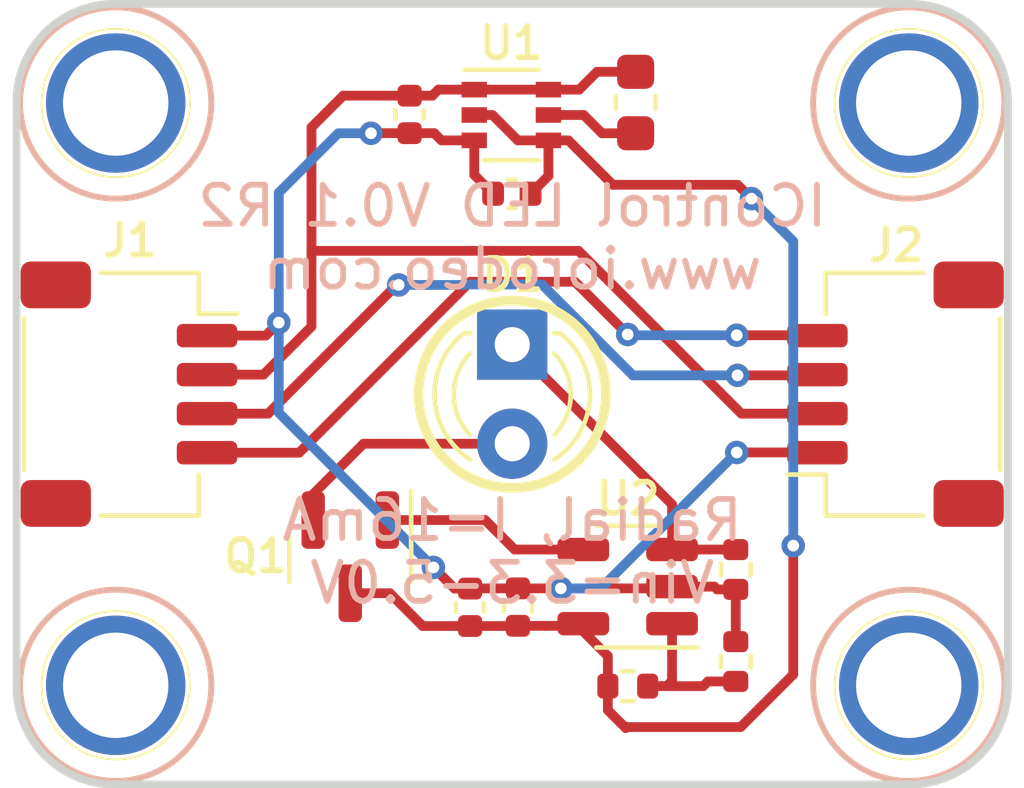
<source format=kicad_pcb>
(kicad_pcb (version 20221018) (generator pcbnew)
  (layers (0 "F.Cu" signal) (31 "B.Cu" signal) (34 "B.Paste" user) (35 "F.Paste" user) (36 "B.SilkS" user "B.Silkscreen") (37 "F.SilkS" user "F.Silkscreen") (38 "B.Mask" user) (39 "F.Mask" user) (44 "Edge.Cuts" user))
  (net 0 "")
  (net 1 "GND")
  (net 2 "/VIN")
  (net 3 "/VL")
  (net 4 "/SCL")
  (net 5 "/SDA")
  (net 6 "/5V")
  (net 7 "Net-(D1-K)")
  (net 8 "Net-(D1-A)")
  (net 9 "Net-(Q1-B)")
  (net 10 "/Vset")
  (footprint "custom_mount_hole:MountingHole_2.5mm_Pad" (layer "F.Cu") (at 52.54 52.54)
    (fp_text reference "M1" hide)
    (fp_text value "MountingHole_2.5mm_Pad" hide)
    (fp_circle (center 0 0) (end 2.45 0) (stroke (width 0.15)) (fill none) (layer "B.SilkS"))
    (fp_circle (center 0 0) (end 1.9 0) (stroke (width 0.05)) (fill none) (layer "F.SilkS"))
    (fp_circle (center 0 0) (end 2.45 0) (stroke (width 0.15)) (fill none) (layer "F.SilkS"))
    (pad "~" thru_hole circle (at 0 0) (size 3.57 3.57) (drill 2.7) (layers "*.Cu" "*.Mask"))
  )
  (footprint "custom_mount_hole:MountingHole_2.5mm_Pad" (layer "F.Cu") (at 72.86 52.54)
    (fp_text reference "M2" hide)
    (fp_text value "MountingHole_2.5mm_Pad" hide)
    (fp_circle (center 0 0) (end 2.45 0) (stroke (width 0.15)) (fill none) (layer "B.SilkS"))
    (fp_circle (center 0 0) (end 1.9 0) (stroke (width 0.05)) (fill none) (layer "F.SilkS"))
    (fp_circle (center 0 0) (end 2.45 0) (stroke (width 0.15)) (fill none) (layer "F.SilkS"))
    (pad "~" thru_hole circle (at 0 0) (size 3.57 3.57) (drill 2.7) (layers "*.Cu" "*.Mask"))
  )
  (footprint "custom_mount_hole:MountingHole_2.5mm_Pad" (layer "F.Cu") (at 72.86 67.46)
    (fp_text reference "M3" hide)
    (fp_text value "MountingHole_2.5mm_Pad" hide)
    (fp_circle (center 0 0) (end 2.45 0) (stroke (width 0.15)) (fill none) (layer "B.SilkS"))
    (fp_circle (center 0 0) (end 1.9 0) (stroke (width 0.05)) (fill none) (layer "F.SilkS"))
    (fp_circle (center 0 0) (end 2.45 0) (stroke (width 0.15)) (fill none) (layer "F.SilkS"))
    (pad "~" thru_hole circle (at 0 0) (size 3.57 3.57) (drill 2.7) (layers "*.Cu" "*.Mask"))
  )
  (footprint "custom_mount_hole:MountingHole_2.5mm_Pad" (layer "F.Cu") (at 52.54 67.46)
    (fp_text reference "M4" hide)
    (fp_text value "MountingHole_2.5mm_Pad" hide)
    (fp_circle (center 0 0) (end 2.45 0) (stroke (width 0.15)) (fill none) (layer "B.SilkS"))
    (fp_circle (center 0 0) (end 1.9 0) (stroke (width 0.05)) (fill none) (layer "F.SilkS"))
    (fp_circle (center 0 0) (end 2.45 0) (stroke (width 0.15)) (fill none) (layer "F.SilkS"))
    (pad "~" thru_hole circle (at 0 0) (size 3.57 3.57) (drill 2.7) (layers "*.Cu" "*.Mask"))
  )
  (footprint "LED_D3mm_custom:LED_D3.0mm" (layer "F.Cu") (at 62.7 58.73 -90)
    (fp_text reference "D1" (at -1.7832 -0.0126 180) (layer "F.SilkS") (effects (font (size 0.8 0.8))))
    (fp_text value "LED" hide)
    (fp_line (start -0.29 -1.236) (end -0.29 -1.08) (stroke (width 0.12)) (layer "F.SilkS"))
    (fp_line (start -0.29 1.08) (end -0.29 1.236) (stroke (width 0.12)) (layer "F.SilkS"))
    (fp_arc (start -0.29 -1.235516) (mid 1.366487 -1.987659) (end 2.942335 -1.078608) (stroke (width 0.12)) (layer "F.SilkS"))
    (fp_arc (start 0.229039 -1.08) (mid 1.270117 -1.5) (end 2.31113 -1.079837) (stroke (width 0.12)) (layer "F.SilkS"))
    (fp_arc (start 2.31113 1.079837) (mid 1.270117 1.5) (end 0.229039 1.08) (stroke (width 0.12)) (layer "F.SilkS"))
    (fp_arc (start 2.942335 1.078608) (mid 1.366487 1.987659) (end -0.29 1.235516) (stroke (width 0.12)) (layer "F.SilkS"))
    (pad "1" thru_hole rect (at 0 0 270) (size 1.8 1.8) (drill 0.9) (layers "*.Cu" "*.Mask") (net 7 "Net-(D1-K)"))
    (pad "2" thru_hole circle (at 2.54 0 270) (size 1.8 1.8) (drill 0.9) (layers "*.Cu" "*.Mask") (net 8 "Net-(D1-A)"))
  )
  (footprint "JST_SH_SM04B_custom:JST_SH_SM04B-SRSS-TB_1x04-1MP_P1.00mm_Horizontal" (layer "F.Cu") (at 52.88 60 -90)
    (fp_text reference "J1" (at -3.9422 -0.0298) (layer "F.SilkS") (effects (font (size 0.8 0.8))))
    (fp_text value "Conn_01x04" hide)
    (fp_line (start -3.11 -1.785) (end -2.06 -1.785) (stroke (width 0.12)) (layer "F.SilkS"))
    (fp_line (start -3.11 0.715) (end -3.11 -1.785) (stroke (width 0.12)) (layer "F.SilkS"))
    (fp_line (start -2.06 -1.785) (end -2.06 -2.775) (stroke (width 0.12)) (layer "F.SilkS"))
    (fp_line (start -1.94 2.685) (end 1.94 2.685) (stroke (width 0.12)) (layer "F.SilkS"))
    (fp_line (start 3.11 -1.785) (end 2.06 -1.785) (stroke (width 0.12)) (layer "F.SilkS"))
    (fp_line (start 3.11 0.715) (end 3.11 -1.785) (stroke (width 0.12)) (layer "F.SilkS"))
    (pad "1" smd roundrect (at -1.5 -2 270) (size 0.6 1.55) (layers "F.Cu" "F.Paste" "F.Mask") (net 1 "GND"))
    (pad "2" smd roundrect (at -0.5 -2 270) (size 0.6 1.55) (layers "F.Cu" "F.Paste" "F.Mask") (net 2 "/VIN"))
    (pad "3" smd roundrect (at 0.5 -2 270) (size 0.6 1.55) (layers "F.Cu" "F.Paste" "F.Mask") (net 5 "/SDA"))
    (pad "4" smd roundrect (at 1.5 -2 270) (size 0.6 1.55) (layers "F.Cu" "F.Paste" "F.Mask") (net 4 "/SCL"))
    (pad "MP" smd roundrect (at -2.8 1.875 270) (size 1.2 1.8) (layers "F.Cu" "F.Paste" "F.Mask") (roundrect_rratio 0.2083333333))
    (pad "MP" smd roundrect (at 2.8 1.875 270) (size 1.2 1.8) (layers "F.Cu" "F.Paste" "F.Mask") (roundrect_rratio 0.2083333333))
  )
  (footprint "JST_SH_SM04B_custom:JST_SH_SM04B-SRSS-TB_1x04-1MP_P1.00mm_Horizontal" (layer "F.Cu") (at 72.52 60 90)
    (fp_text reference "J2" (at 3.8152 0.0208 180) (layer "F.SilkS") (effects (font (size 0.8 0.8))))
    (fp_text value "Conn_01x04" hide)
    (fp_line (start -3.11 -1.785) (end -2.06 -1.785) (stroke (width 0.12)) (layer "F.SilkS"))
    (fp_line (start -3.11 0.715) (end -3.11 -1.785) (stroke (width 0.12)) (layer "F.SilkS"))
    (fp_line (start -2.06 -1.785) (end -2.06 -2.775) (stroke (width 0.12)) (layer "F.SilkS"))
    (fp_line (start -1.94 2.685) (end 1.94 2.685) (stroke (width 0.12)) (layer "F.SilkS"))
    (fp_line (start 3.11 -1.785) (end 2.06 -1.785) (stroke (width 0.12)) (layer "F.SilkS"))
    (fp_line (start 3.11 0.715) (end 3.11 -1.785) (stroke (width 0.12)) (layer "F.SilkS"))
    (pad "1" smd roundrect (at -1.5 -2 90) (size 0.6 1.55) (layers "F.Cu" "F.Paste" "F.Mask") (net 1 "GND"))
    (pad "2" smd roundrect (at -0.5 -2 90) (size 0.6 1.55) (layers "F.Cu" "F.Paste" "F.Mask") (net 2 "/VIN"))
    (pad "3" smd roundrect (at 0.5 -2 90) (size 0.6 1.55) (layers "F.Cu" "F.Paste" "F.Mask") (net 5 "/SDA"))
    (pad "4" smd roundrect (at 1.5 -2 90) (size 0.6 1.55) (layers "F.Cu" "F.Paste" "F.Mask") (net 4 "/SCL"))
    (pad "MP" smd roundrect (at -2.8 1.875 90) (size 1.2 1.8) (layers "F.Cu" "F.Paste" "F.Mask") (roundrect_rratio 0.2083333333))
    (pad "MP" smd roundrect (at 2.8 1.875 90) (size 1.2 1.8) (layers "F.Cu" "F.Paste" "F.Mask") (roundrect_rratio 0.2083333333))
  )
  (footprint "Resistor_SMD:R_0402_1005Metric" (layer "F.Cu") (at 68.4276 64.4926 -90)
    (fp_text reference "R1" hide)
    (fp_text value "10" hide)
    (fp_line (start -0.153641 -0.38) (end 0.153641 -0.38) (stroke (width 0.12)) (layer "F.SilkS"))
    (fp_line (start -0.153641 0.38) (end 0.153641 0.38) (stroke (width 0.12)) (layer "F.SilkS"))
    (pad "1" smd roundrect (at -0.51 0 270) (size 0.54 0.64) (layers "F.Cu" "F.Paste" "F.Mask") (net 7 "Net-(D1-K)"))
    (pad "2" smd roundrect (at 0.51 0 270) (size 0.54 0.64) (layers "F.Cu" "F.Paste" "F.Mask") (net 1 "GND"))
  )
  (footprint "Package_TO_SOT_SMD:SOT-23-5" (layer "F.Cu") (at 65.6577 64.931 180)
    (fp_text reference "U2" (at -0.0125 2.25) (layer "F.SilkS") (effects (font (size 0.8 0.8) (thickness 0.15) bold)))
    (fp_text value "LMV321")
    (fp_line (start 0 -1.56) (end -1.8 -1.56) (stroke (width 0.12)) (layer "F.SilkS"))
    (fp_line (start 0 -1.56) (end 0.8 -1.56) (stroke (width 0.12)) (layer "F.SilkS"))
    (fp_line (start 0 1.56) (end -0.8 1.56) (stroke (width 0.12)) (layer "F.SilkS"))
    (fp_line (start 0 1.56) (end 0.8 1.56) (stroke (width 0.12)) (layer "F.SilkS"))
    (pad "1" smd roundrect (at -1.1375 -0.95 180) (size 1.325 0.6) (layers "F.Cu" "F.Paste" "F.Mask") (net 10 "/Vset"))
    (pad "2" smd roundrect (at -1.1375 0 180) (size 1.325 0.6) (layers "F.Cu" "F.Paste" "F.Mask") (net 1 "GND"))
    (pad "3" smd roundrect (at -1.1375 0.95 180) (size 1.325 0.6) (layers "F.Cu" "F.Paste" "F.Mask") (net 7 "Net-(D1-K)"))
    (pad "4" smd roundrect (at 1.1375 0.95 180) (size 1.325 0.6) (layers "F.Cu" "F.Paste" "F.Mask") (net 9 "Net-(Q1-B)"))
    (pad "5" smd roundrect (at 1.1375 -0.95 180) (size 1.325 0.6) (layers "F.Cu" "F.Paste" "F.Mask") (net 6 "/5V"))
  )
  (footprint "Capacitor_SMD:C_0402_1005Metric" (layer "F.Cu") (at 62.8452 65.456 90)
    (fp_text reference "C3" hide)
    (fp_text value "0.1uF" hide)
    (fp_line (start -0.107836 -0.36) (end 0.107836 -0.36) (stroke (width 0.12)) (layer "F.SilkS"))
    (fp_line (start -0.107836 0.36) (end 0.107836 0.36) (stroke (width 0.12)) (layer "F.SilkS"))
    (pad "1" smd roundrect (at -0.48 0 90) (size 0.56 0.62) (layers "F.Cu" "F.Paste" "F.Mask") (net 6 "/5V"))
    (pad "2" smd roundrect (at 0.48 0 90) (size 0.56 0.62) (layers "F.Cu" "F.Paste" "F.Mask") (net 1 "GND"))
  )
  (footprint "Resistor_SMD:R_0402_1005Metric" (layer "F.Cu") (at 68.4276 66.8508 90)
    (fp_text reference "R3" hide)
    (fp_text value "1k" hide)
    (fp_line (start -0.153641 -0.38) (end 0.153641 -0.38) (stroke (width 0.12)) (layer "F.SilkS"))
    (fp_line (start -0.153641 0.38) (end 0.153641 0.38) (stroke (width 0.12)) (layer "F.SilkS"))
    (pad "1" smd roundrect (at -0.51 0 90) (size 0.54 0.64) (layers "F.Cu" "F.Paste" "F.Mask") (net 10 "/Vset"))
    (pad "2" smd roundrect (at 0.51 0 90) (size 0.54 0.64) (layers "F.Cu" "F.Paste" "F.Mask") (net 1 "GND"))
  )
  (footprint "Inductor_SMD:L_0603_1608Metric" (layer "F.Cu") (at 65.8622 52.5272 -90)
    (fp_text reference "L1" hide)
    (fp_text value "4.7uF" hide)
    (fp_line (start -0.162779 -0.51) (end 0.162779 -0.51) (stroke (width 0.12)) (layer "F.SilkS"))
    (fp_line (start -0.162779 0.51) (end 0.162779 0.51) (stroke (width 0.12)) (layer "F.SilkS"))
    (pad "1" smd roundrect (at -0.7875 0 270) (size 0.875 0.95) (layers "F.Cu" "F.Paste" "F.Mask") (net 2 "/VIN"))
    (pad "2" smd roundrect (at 0.7875 0 270) (size 0.875 0.95) (layers "F.Cu" "F.Paste" "F.Mask") (net 3 "/VL"))
  )
  (footprint "Resistor_SMD:R_0402_1005Metric" (layer "F.Cu") (at 65.6602 67.481)
    (fp_text reference "R2" hide)
    (fp_text value "30k" hide)
    (fp_line (start -0.153641 -0.38) (end 0.153641 -0.38) (stroke (width 0.12)) (layer "F.SilkS"))
    (fp_line (start -0.153641 0.38) (end 0.153641 0.38) (stroke (width 0.12)) (layer "F.SilkS"))
    (pad "1" smd roundrect (at -0.51 0) (size 0.54 0.64) (layers "F.Cu" "F.Paste" "F.Mask") (net 6 "/5V"))
    (pad "2" smd roundrect (at 0.51 0) (size 0.54 0.64) (layers "F.Cu" "F.Paste" "F.Mask") (net 10 "/Vset"))
  )
  (footprint "Capacitor_SMD:C_0402_1005Metric" (layer "F.Cu") (at 60.071 52.832 90)
    (fp_text reference "C1" hide)
    (fp_text value "10uF" hide)
    (fp_line (start -0.107836 -0.36) (end 0.107836 -0.36) (stroke (width 0.12)) (layer "F.SilkS"))
    (fp_line (start -0.107836 0.36) (end 0.107836 0.36) (stroke (width 0.12)) (layer "F.SilkS"))
    (pad "1" smd roundrect (at -0.48 0 90) (size 0.56 0.62) (layers "F.Cu" "F.Paste" "F.Mask") (net 1 "GND"))
    (pad "2" smd roundrect (at 0.48 0 90) (size 0.56 0.62) (layers "F.Cu" "F.Paste" "F.Mask") (net 2 "/VIN"))
  )
  (footprint "Package_TO_SOT_SMD:SOT-363_SC-70-6" (layer "F.Cu") (at 62.677 52.847)
    (fp_text reference "U1" (at 0 -1.8438) (layer "F.SilkS") (effects (font (size 0.8 0.8))))
    (fp_text value "TPS61222DCK" hide)
    (fp_line (start -0.7 1.16) (end 0.7 1.16) (stroke (width 0.12)) (layer "F.SilkS"))
    (fp_line (start 0.7 -1.16) (end -1.2 -1.16) (stroke (width 0.12)) (layer "F.SilkS"))
    (pad "1" smd rect (at -0.95 -0.65) (size 0.65 0.4) (layers "F.Cu" "F.Paste" "F.Mask") (net 2 "/VIN"))
    (pad "2" smd rect (at -0.95 0) (size 0.65 0.4) (layers "F.Cu" "F.Paste" "F.Mask") (net 6 "/5V"))
    (pad "3" smd rect (at -0.95 0.65) (size 0.65 0.4) (layers "F.Cu" "F.Paste" "F.Mask") (net 1 "GND"))
    (pad "4" smd rect (at 0.95 0.65) (size 0.65 0.4) (layers "F.Cu" "F.Paste" "F.Mask") (net 6 "/5V"))
    (pad "5" smd rect (at 0.95 0) (size 0.65 0.4) (layers "F.Cu" "F.Paste" "F.Mask") (net 3 "/VL"))
    (pad "6" smd rect (at 0.95 -0.65) (size 0.65 0.4) (layers "F.Cu" "F.Paste" "F.Mask") (net 2 "/VIN"))
  )
  (footprint "Capacitor_SMD:C_0402_1005Metric" (layer "F.Cu") (at 61.6202 65.461 90)
    (fp_text reference "C4" hide)
    (fp_text value "10uF" hide)
    (fp_line (start -0.107836 -0.36) (end 0.107836 -0.36) (stroke (width 0.12)) (layer "F.SilkS"))
    (fp_line (start -0.107836 0.36) (end 0.107836 0.36) (stroke (width 0.12)) (layer "F.SilkS"))
    (pad "1" smd roundrect (at -0.48 0 90) (size 0.56 0.62) (layers "F.Cu" "F.Paste" "F.Mask") (net 6 "/5V"))
    (pad "2" smd roundrect (at 0.48 0 90) (size 0.56 0.62) (layers "F.Cu" "F.Paste" "F.Mask") (net 1 "GND"))
  )
  (footprint "Package_TO_SOT_SMD:SOT-23" (layer "F.Cu") (at 58.55 64.1625 -90)
    (fp_text reference "Q1" (at -0.0125 2.425 -180) (layer "F.SilkS") (effects (font (size 0.8 0.8) (thickness 0.15) bold)))
    (fp_text value "MMBT5551L" hide)
    (fp_line (start 0 -1.56) (end -1.675 -1.56) (stroke (width 0.12)) (layer "F.SilkS"))
    (fp_line (start 0 -1.56) (end 0.65 -1.56) (stroke (width 0.12)) (layer "F.SilkS"))
    (fp_line (start 0 1.56) (end -0.65 1.56) (stroke (width 0.12)) (layer "F.SilkS"))
    (fp_line (start 0 1.56) (end 0.65 1.56) (stroke (width 0.12)) (layer "F.SilkS"))
    (pad "1" smd roundrect (at -0.9375 -0.95 270) (size 1.475 0.6) (layers "F.Cu" "F.Paste" "F.Mask") (net 9 "Net-(Q1-B)"))
    (pad "2" smd roundrect (at -0.9375 0.95 270) (size 1.475 0.6) (layers "F.Cu" "F.Paste" "F.Mask") (net 8 "Net-(D1-A)"))
    (pad "3" smd roundrect (at 0.9375 0 270) (size 1.475 0.6) (layers "F.Cu" "F.Paste" "F.Mask") (net 6 "/5V"))
  )
  (footprint "Capacitor_SMD:C_0402_1005Metric" (layer "F.Cu") (at 62.6898 54.864)
    (fp_text reference "C2" hide)
    (fp_text value "10uF" hide)
    (fp_line (start -0.107836 -0.36) (end 0.107836 -0.36) (stroke (width 0.12)) (layer "F.SilkS"))
    (fp_line (start -0.107836 0.36) (end 0.107836 0.36) (stroke (width 0.12)) (layer "F.SilkS"))
    (pad "1" smd roundrect (at -0.48 0) (size 0.56 0.62) (layers "F.Cu" "F.Paste" "F.Mask") (net 1 "GND"))
    (pad "2" smd roundrect (at 0.48 0) (size 0.56 0.62) (layers "F.Cu" "F.Paste" "F.Mask") (net 6 "/5V"))
  )
  (gr_circle (center 62.7 60) (end 65.1 60) (stroke (width 0.25)) (fill none) (layer "F.SilkS"))
  (gr_arc (start 72.9 50) (mid 74.667767 50.732233) (end 75.4 52.5) (stroke (width 0.2)) (layer "Edge.Cuts"))
  (gr_arc (start 52.5 70) (mid 50.732233 69.267767) (end 50 67.5) (stroke (width 0.2)) (layer "Edge.Cuts"))
  (gr_line (start 52.5 50) (end 72.9 50) (stroke (width 0.2)) (layer "Edge.Cuts"))
  (gr_arc (start 50 52.5) (mid 50.732233 50.732233) (end 52.5 50) (stroke (width 0.2)) (layer "Edge.Cuts"))
  (gr_arc (start 75.4 67.5) (mid 74.667767 69.267767) (end 72.9 70) (stroke (width 0.2)) (layer "Edge.Cuts"))
  (gr_line (start 50 52.5) (end 50 67.5) (stroke (width 0.2)) (layer "Edge.Cuts"))
  (gr_line (start 52.5 70) (end 72.9 70) (stroke (width 0.2)) (layer "Edge.Cuts"))
  (gr_line (start 75.4 52.5) (end 75.4 67.5) (stroke (width 0.2)) (layer "Edge.Cuts"))
  (gr_text "IControl LED V0.1 R2\nwww.iorodeo.com\n\n\n\nRadial, I=16mA\nVin=3.3-5.0V" (at 62.7 60.01) (layer "B.SilkS") (effects (font (size 1 1)) (justify mirror)))
  (segment (start 61.2218 64.981) (end 60.6806 64.4398) (width 0.25) (layer "F.Cu") (net 1))
  (segment (start 68.4276 65.0026) (end 68.4276 66.3408) (width 0.25) (layer "F.Cu") (net 1))
  (segment (start 60.071 53.312) (end 60.7034 53.312) (width 0.25) (layer "F.Cu") (net 1))
  (segment (start 60.7034 53.312) (end 60.8884 53.497) (width 0.25) (layer "F.Cu") (net 1))
  (segment (start 62.8452 64.976) (end 61.6252 64.976) (width 0.25) (layer "F.Cu") (net 1))
  (segment (start 68.4276 65.0026) (end 67.949 65.0026) (width 0.25) (layer "F.Cu") (net 1))
  (segment (start 70.3134 61.4934) (end 70.32 61.5) (width 0.25) (layer "F.Cu") (net 1))
  (segment (start 62.8452 64.976) (end 63.9452 64.976) (width 0.25) (layer "F.Cu") (net 1))
  (segment (start 67.949 65.0026) (end 67.8774 64.931) (width 0.25) (layer "F.Cu") (net 1))
  (segment (start 68.453 61.4934) (end 70.4134 61.4934) (width 0.25) (layer "F.Cu") (net 1))
  (segment (start 59.083 53.312) (end 59.0804 53.3146) (width 0.25) (layer "F.Cu") (net 1))
  (segment (start 56.3842 58.5) (end 54.98 58.5) (width 0.25) (layer "F.Cu") (net 1))
  (segment (start 70.4134 61.4934) (end 70.42 61.5) (width 0.25) (layer "F.Cu") (net 1))
  (segment (start 56.3842 58.5) (end 56.7182 58.166) (width 0.25) (layer "F.Cu") (net 1))
  (segment (start 70.7684 61.4934) (end 70.775 61.5) (width 0.25) (layer "F.Cu") (net 1))
  (segment (start 70.3634 61.4934) (end 70.37 61.5) (width 0.25) (layer "F.Cu") (net 1))
  (segment (start 61.727 54.3812) (end 62.2098 54.864) (width 0.25) (layer "F.Cu") (net 1))
  (segment (start 61.6202 64.981) (end 61.2218 64.981) (width 0.25) (layer "F.Cu") (net 1))
  (segment (start 66.7502 64.976) (end 66.7952 64.931) (width 0.25) (layer "F.Cu") (net 1))
  (segment (start 60.8884 53.497) (end 61.727 53.497) (width 0.25) (layer "F.Cu") (net 1))
  (segment (start 67.8774 64.931) (end 66.7952 64.931) (width 0.25) (layer "F.Cu") (net 1))
  (segment (start 60.071 53.312) (end 59.083 53.312) (width 0.25) (layer "F.Cu") (net 1))
  (segment (start 61.727 53.497) (end 61.727 54.3812) (width 0.25) (layer "F.Cu") (net 1))
  (segment (start 63.9452 64.976) (end 66.7502 64.976) (width 0.25) (layer "F.Cu") (net 1))
  (segment (start 61.6252 64.976) (end 61.6202 64.981) (width 0.25) (layer "F.Cu") (net 1))
  (via (at 60.6806 64.4398) (size 0.6) (drill 0.3) (layers "F.Cu" "B.Cu") (net 1))
  (via (at 56.7182 58.166) (size 0.6) (drill 0.3) (layers "F.Cu" "B.Cu") (net 1))
  (via (at 63.9452 64.976) (size 0.6) (drill 0.3) (layers "F.Cu" "B.Cu") (net 1))
  (via (at 59.0804 53.3146) (size 0.6) (drill 0.3) (layers "F.Cu" "B.Cu") (net 1))
  (via (at 68.453 61.4934) (size 0.6) (drill 0.3) (layers "F.Cu" "B.Cu") (net 1))
  (segment (start 63.9452 64.976) (end 64.9704 64.976) (width 0.25) (layer "B.Cu") (net 1))
  (segment (start 56.7182 54.8386) (end 58.2422 53.3146) (width 0.25) (layer "B.Cu") (net 1))
  (segment (start 63.915 64.9458) (end 63.9452 64.976) (width 0.25) (layer "B.Cu") (net 1))
  (segment (start 56.7182 60.4774) (end 60.6806 64.4398) (width 0.25) (layer "B.Cu") (net 1))
  (segment (start 58.2422 53.3146) (end 59.0804 53.3146) (width 0.25) (layer "B.Cu") (net 1))
  (segment (start 64.9704 64.976) (end 68.453 61.4934) (width 0.25) (layer "B.Cu") (net 1))
  (segment (start 56.7182 58.166) (end 56.7182 54.8386) (width 0.25) (layer "B.Cu") (net 1))
  (segment (start 56.7182 58.166) (end 56.7182 60.4774) (width 0.25) (layer "B.Cu") (net 1))
  (segment (start 60.6526 52.352) (end 60.8076 52.197) (width 0.25) (layer "F.Cu") (net 2))
  (segment (start 60.071 52.352) (end 60.6526 52.352) (width 0.25) (layer "F.Cu") (net 2))
  (segment (start 57.5564 53.1622) (end 58.3666 52.352) (width 0.25) (layer "F.Cu") (net 2))
  (segment (start 56.324 59.5) (end 57.5564 58.2676) (width 0.25) (layer "F.Cu") (net 2))
  (segment (start 64.8717 51.7397) (end 65.8622 51.7397) (width 0.25) (layer "F.Cu") (net 2))
  (segment (start 64.4144 52.197) (end 64.8717 51.7397) (width 0.25) (layer "F.Cu") (net 2))
  (segment (start 57.5564 56.3372) (end 57.5564 53.1622) (width 0.25) (layer "F.Cu") (net 2))
  (segment (start 57.5661 56.3275) (end 64.399584 56.3275) (width 0.25) (layer "F.Cu") (net 2))
  (segment (start 57.5564 58.2676) (end 57.5564 56.3372) (width 0.25) (layer "F.Cu") (net 2))
  (segment (start 63.627 52.197) (end 64.4144 52.197) (width 0.25) (layer "F.Cu") (net 2))
  (segment (start 57.5564 56.3372) (end 57.5661 56.3275) (width 0.25) (layer "F.Cu") (net 2))
  (segment (start 56.324 59.5) (end 54.98 59.5) (width 0.25) (layer "F.Cu") (net 2))
  (segment (start 58.3666 52.352) (end 60.071 52.352) (width 0.25) (layer "F.Cu") (net 2))
  (segment (start 64.399584 56.3275) (end 68.572084 60.5) (width 0.25) (layer "F.Cu") (net 2))
  (segment (start 68.572084 60.5) (end 70.42 60.5) (width 0.25) (layer "F.Cu") (net 2))
  (segment (start 61.727 52.197) (end 63.627 52.197) (width 0.25) (layer "F.Cu") (net 2))
  (segment (start 60.8076 52.197) (end 61.727 52.197) (width 0.25) (layer "F.Cu") (net 2))
  (segment (start 64.531 52.847) (end 63.627 52.847) (width 0.25) (layer "F.Cu") (net 3))
  (segment (start 65.8622 53.3147) (end 64.9987 53.3147) (width 0.25) (layer "F.Cu") (net 3))
  (segment (start 64.9987 53.3147) (end 64.531 52.847) (width 0.25) (layer "F.Cu") (net 3))
  (segment (start 57.24 61.5) (end 54.98 61.5) (width 0.25) (layer "F.Cu") (net 4))
  (segment (start 61.62 57.12) (end 57.24 61.5) (width 0.25) (layer "F.Cu") (net 4))
  (segment (start 68.453 58.49) (end 70.41 58.49) (width 0.25) (layer "F.Cu") (net 4))
  (segment (start 70.36 58.49) (end 70.37 58.5) (width 0.25) (layer "F.Cu") (net 4))
  (segment (start 70.41 58.49) (end 70.42 58.5) (width 0.25) (layer "F.Cu") (net 4))
  (segment (start 65.659 58.4708) (end 64.3082 57.12) (width 0.25) (layer "F.Cu") (net 4))
  (segment (start 70.31 58.49) (end 70.32 58.5) (width 0.25) (layer "F.Cu") (net 4))
  (segment (start 64.3082 57.12) (end 61.62 57.12) (width 0.25) (layer "F.Cu") (net 4))
  (via (at 68.453 58.49) (size 0.6) (drill 0.3) (layers "F.Cu" "B.Cu") (net 4))
  (via (at 65.659 58.4708) (size 0.6) (drill 0.3) (layers "F.Cu" "B.Cu") (net 4))
  (segment (start 68.453 58.49) (end 65.6782 58.49) (width 0.25) (layer "B.Cu") (net 4))
  (segment (start 65.6782 58.49) (end 65.659 58.4708) (width 0.25) (layer "B.Cu") (net 4))
  (segment (start 59.7916 57.2008) (end 59.7408 57.2008) (width 0.25) (layer "F.Cu") (net 5))
  (segment (start 68.472931 59.517669) (end 70.402331 59.517669) (width 0.25) (layer "F.Cu") (net 5))
  (segment (start 68.472931 59.517669) (end 68.4906 59.5) (width 0.25) (layer "F.Cu") (net 5))
  (segment (start 70.402331 59.517669) (end 70.42 59.5) (width 0.25) (layer "F.Cu") (net 5))
  (segment (start 59.7408 57.2008) (end 56.4416 60.5) (width 0.25) (layer "F.Cu") (net 5))
  (segment (start 56.4416 60.5) (end 54.98 60.5) (width 0.25) (layer "F.Cu") (net 5))
  (segment (start 68.472931 59.517669) (end 68.455262 59.5) (width 0.25) (layer "F.Cu") (net 5))
  (segment (start 70.352331 59.517669) (end 70.37 59.5) (width 0.25) (layer "F.Cu") (net 5))
  (via (at 59.7916 57.2008) (size 0.6) (drill 0.3) (layers "F.Cu" "B.Cu") (net 5))
  (via (at 68.472931 59.517669) (size 0.6) (drill 0.3) (layers "F.Cu" "B.Cu") (net 5))
  (segment (start 61.4492 57.2008) (end 59.7916 57.2008) (width 0.25) (layer "B.Cu") (net 5))
  (segment (start 68.472931 59.517669) (end 65.791469 59.517669) (width 0.25) (layer "B.Cu") (net 5))
  (segment (start 65.791469 59.517669) (end 63.4638 57.19) (width 0.25) (layer "B.Cu") (net 5))
  (segment (start 61.46 57.19) (end 61.4492 57.2008) (width 0.25) (layer "B.Cu") (net 5))
  (segment (start 63.4638 57.19) (end 61.46 57.19) (width 0.25) (layer "B.Cu") (net 5))
  (segment (start 63.627 54.4068) (end 63.1698 54.864) (width 0.25) (layer "F.Cu") (net 6))
  (segment (start 64.5202 65.881) (end 64.5202 66.081) (width 0.25) (layer "F.Cu") (net 6))
  (segment (start 62.8402 65.941) (end 62.8452 65.936) (width 0.25) (layer "F.Cu") (net 6))
  (segment (start 63.5452 65.936) (end 64.4652 65.936) (width 0.25) (layer "F.Cu") (net 6))
  (segment (start 61.6202 65.941) (end 60.4038 65.941) (width 0.25) (layer "F.Cu") (net 6))
  (segment (start 65.6082 68.5546) (end 65.1502 68.0966) (width 0.25) (layer "F.Cu") (net 6))
  (segment (start 58.55 65.1) (end 58.55 65.5858) (width 0.25) (layer "F.Cu") (net 6))
  (segment (start 62.8452 65.936) (end 63.5452 65.936) (width 0.25) (layer "F.Cu") (net 6))
  (segment (start 61.727 52.847) (end 62.1942 52.847) (width 0.25) (layer "F.Cu") (net 6))
  (segment (start 68.5546 68.5292) (end 65.6336 68.5292) (width 0.25) (layer "F.Cu") (net 6))
  (segment (start 65.1502 66.711) (end 65.1502 67.481) (width 0.25) (layer "F.Cu") (net 6))
  (segment (start 68.4754 54.6354) (end 68.83 54.99) (width 0.25) (layer "F.Cu") (net 6))
  (segment (start 63.627 53.497) (end 64.1396 53.497) (width 0.25) (layer "F.Cu") (net 6))
  (segment (start 65.278 54.6354) (end 68.4754 54.6354) (width 0.25) (layer "F.Cu") (net 6))
  (segment (start 62.1942 52.847) (end 62.8442 53.497) (width 0.25) (layer "F.Cu") (net 6))
  (segment (start 64.5202 66.081) (end 65.1502 66.711) (width 0.25) (layer "F.Cu") (net 6))
  (segment (start 61.6202 65.941) (end 62.8402 65.941) (width 0.25) (layer "F.Cu") (net 6))
  (segment (start 59.5628 65.1) (end 58.55 65.1) (width 0.25) (layer "F.Cu") (net 6))
  (segment (start 65.6336 68.5292) (end 65.6082 68.5546) (width 0.25) (layer "F.Cu") (net 6))
  (segment (start 63.627 53.497) (end 63.627 54.4068) (width 0.25) (layer "F.Cu") (net 6))
  (segment (start 64.1396 53.497) (end 65.278 54.6354) (width 0.25) (layer "F.Cu") (net 6))
  (segment (start 69.9008 67.183) (end 68.5546 68.5292) (width 0.25) (layer "F.Cu") (net 6))
  (segment (start 60.4038 65.941) (end 59.5628 65.1) (width 0.25) (layer "F.Cu") (net 6))
  (segment (start 69.9008 63.881) (end 69.9008 67.183) (width 0.25) (layer "F.Cu") (net 6))
  (segment (start 62.8442 53.497) (end 63.627 53.497) (width 0.25) (layer "F.Cu") (net 6))
  (segment (start 65.1502 68.0966) (end 65.1502 67.481) (width 0.25) (layer "F.Cu") (net 6))
  (segment (start 64.4652 65.936) (end 64.5202 65.881) (width 0.25) (layer "F.Cu") (net 6))
  (via (at 69.9008 63.881) (size 0.6) (drill 0.3) (layers "F.Cu" "B.Cu") (net 6))
  (via (at 68.83 54.99) (size 0.6) (drill 0.3) (layers "F.Cu" "B.Cu") (net 6))
  (segment (start 69.9008 56.0832) (end 68.83 55.0124) (width 0.25) (layer "B.Cu") (net 6))
  (segment (start 68.83 55.0124) (end 68.83 54.99) (width 0.25) (layer "B.Cu") (net 6))
  (segment (start 69.9008 63.881) (end 69.9008 56.0832) (width 0.25) (layer "B.Cu") (net 6))
  (segment (start 68.426 63.981) (end 68.4276 63.9826) (width 0.25) (layer "F.Cu") (net 7))
  (segment (start 66.7952 63.981) (end 66.7952 62.8252) (width 0.25) (layer "F.Cu") (net 7))
  (segment (start 66.7952 62.8252) (end 62.7 58.73) (width 0.25) (layer "F.Cu") (net 7))
  (segment (start 62.7 58.73) (end 63.02 58.73) (width 0.25) (layer "F.Cu") (net 7))
  (segment (start 66.7952 63.981) (end 68.426 63.981) (width 0.25) (layer "F.Cu") (net 7))
  (segment (start 57.6 62.56) (end 58.89 61.27) (width 0.25) (layer "F.Cu") (net 8))
  (segment (start 57.6 63.225) (end 57.6 62.56) (width 0.25) (layer "F.Cu") (net 8))
  (segment (start 58.89 61.27) (end 62.7 61.27) (width 0.25) (layer "F.Cu") (net 8))
  (segment (start 62.0058 63.225) (end 59.5 63.225) (width 0.25) (layer "F.Cu") (net 9))
  (segment (start 59.545 63.18) (end 59.5 63.225) (width 0.25) (layer "F.Cu") (net 9))
  (segment (start 64.5202 63.981) (end 62.7618 63.981) (width 0.25) (layer "F.Cu") (net 9))
  (segment (start 62.7618 63.981) (end 62.0058 63.225) (width 0.25) (layer "F.Cu") (net 9))
  (segment (start 66.7952 67.346) (end 66.6602 67.481) (width 0.25) (layer "F.Cu") (net 10))
  (segment (start 67.7164 67.3608) (end 68.4276 67.3608) (width 0.25) (layer "F.Cu") (net 10))
  (segment (start 66.7952 65.881) (end 66.7952 67.196) (width 0.25) (layer "F.Cu") (net 10))
  (segment (start 66.5226 67.481) (end 67.5962 67.481) (width 0.25) (layer "F.Cu") (net 10))
  (segment (start 66.5226 67.481) (end 66.1702 67.481) (width 0.25) (layer "F.Cu") (net 10))
  (segment (start 66.7952 67.196) (end 66.7952 67.346) (width 0.25) (layer "F.Cu") (net 10))
  (segment (start 66.6602 67.481) (end 66.5226 67.481) (width 0.25) (layer "F.Cu") (net 10))
  (segment (start 67.5962 67.481) (end 67.7164 67.3608) (width 0.25) (layer "F.Cu") (net 10))
)
</source>
